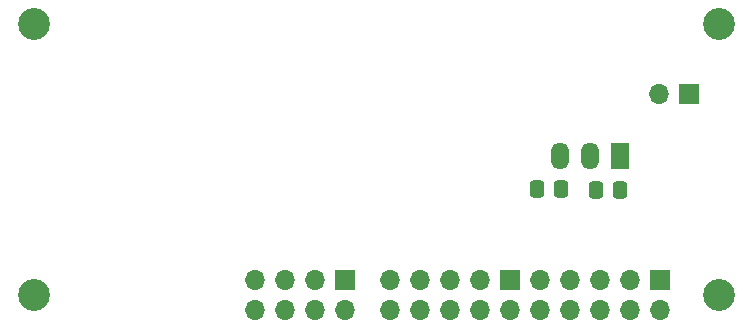
<source format=gbr>
%TF.GenerationSoftware,KiCad,Pcbnew,6.0.10-86aedd382b~118~ubuntu20.04.1*%
%TF.CreationDate,2023-08-02T00:09:12+02:00*%
%TF.ProjectId,power_board,706f7765-725f-4626-9f61-72642e6b6963,rev?*%
%TF.SameCoordinates,Original*%
%TF.FileFunction,Soldermask,Bot*%
%TF.FilePolarity,Negative*%
%FSLAX46Y46*%
G04 Gerber Fmt 4.6, Leading zero omitted, Abs format (unit mm)*
G04 Created by KiCad (PCBNEW 6.0.10-86aedd382b~118~ubuntu20.04.1) date 2023-08-02 00:09:12*
%MOMM*%
%LPD*%
G01*
G04 APERTURE LIST*
G04 Aperture macros list*
%AMRoundRect*
0 Rectangle with rounded corners*
0 $1 Rounding radius*
0 $2 $3 $4 $5 $6 $7 $8 $9 X,Y pos of 4 corners*
0 Add a 4 corners polygon primitive as box body*
4,1,4,$2,$3,$4,$5,$6,$7,$8,$9,$2,$3,0*
0 Add four circle primitives for the rounded corners*
1,1,$1+$1,$2,$3*
1,1,$1+$1,$4,$5*
1,1,$1+$1,$6,$7*
1,1,$1+$1,$8,$9*
0 Add four rect primitives between the rounded corners*
20,1,$1+$1,$2,$3,$4,$5,0*
20,1,$1+$1,$4,$5,$6,$7,0*
20,1,$1+$1,$6,$7,$8,$9,0*
20,1,$1+$1,$8,$9,$2,$3,0*%
G04 Aperture macros list end*
%ADD10C,2.700000*%
%ADD11R,1.500000X2.300000*%
%ADD12O,1.500000X2.300000*%
%ADD13R,1.700000X1.700000*%
%ADD14O,1.700000X1.700000*%
%ADD15RoundRect,0.250000X0.337500X0.475000X-0.337500X0.475000X-0.337500X-0.475000X0.337500X-0.475000X0*%
%ADD16RoundRect,0.250000X-0.337500X-0.475000X0.337500X-0.475000X0.337500X0.475000X-0.337500X0.475000X0*%
G04 APERTURE END LIST*
D10*
%TO.C,REF\u002A\u002A*%
X181500000Y-106500000D03*
%TD*%
D11*
%TO.C,U1*%
X173151800Y-94691200D03*
D12*
X170611800Y-94691200D03*
X168071800Y-94691200D03*
%TD*%
D13*
%TO.C,J3*%
X149800000Y-105225000D03*
D14*
X149800000Y-107765000D03*
X147260000Y-105225000D03*
X147260000Y-107765000D03*
X144720000Y-105225000D03*
X144720000Y-107765000D03*
X142180000Y-105225000D03*
X142180000Y-107765000D03*
%TD*%
D13*
%TO.C,J8*%
X178968400Y-89433400D03*
D14*
X176428400Y-89433400D03*
%TD*%
D10*
%TO.C,REF\u002A\u002A*%
X181500000Y-83500000D03*
%TD*%
%TO.C,REF\u002A\u002A*%
X123500000Y-106500000D03*
%TD*%
%TO.C,REF\u002A\u002A*%
X123500000Y-83500000D03*
%TD*%
D13*
%TO.C,J7*%
X163850000Y-105210000D03*
D14*
X163850000Y-107750000D03*
X161310000Y-105210000D03*
X161310000Y-107750000D03*
X158770000Y-105210000D03*
X158770000Y-107750000D03*
X156230000Y-105210000D03*
X156230000Y-107750000D03*
X153690000Y-105210000D03*
X153690000Y-107750000D03*
%TD*%
D15*
%TO.C,C4*%
X173151800Y-97586800D03*
X171076800Y-97586800D03*
%TD*%
D16*
%TO.C,C3*%
X166094500Y-97536000D03*
X168169500Y-97536000D03*
%TD*%
D13*
%TO.C,J2*%
X176550000Y-105210000D03*
D14*
X176550000Y-107750000D03*
X174010000Y-105210000D03*
X174010000Y-107750000D03*
X171470000Y-105210000D03*
X171470000Y-107750000D03*
X168930000Y-105210000D03*
X168930000Y-107750000D03*
X166390000Y-105210000D03*
X166390000Y-107750000D03*
%TD*%
M02*

</source>
